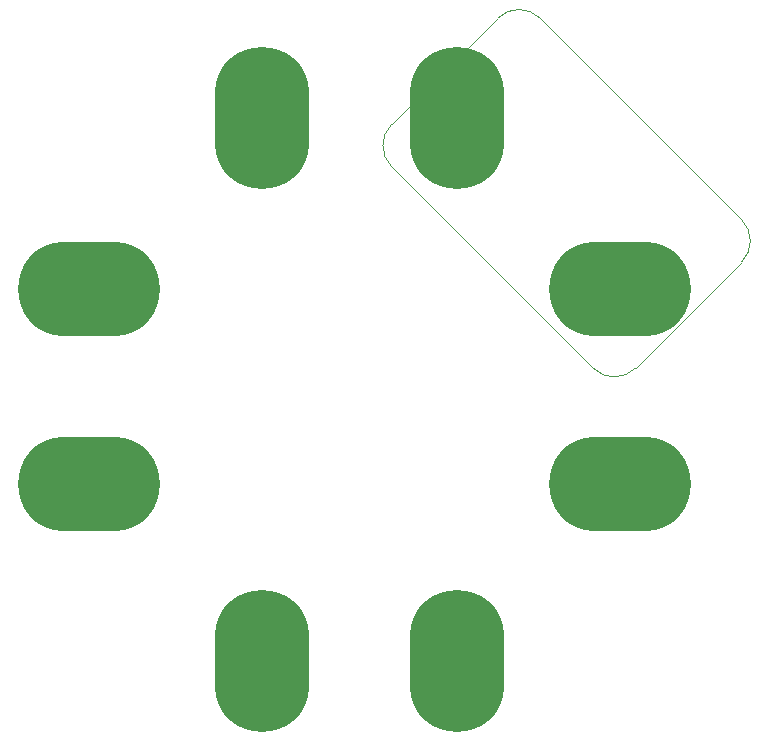
<source format=gbr>
%TF.GenerationSoftware,KiCad,Pcbnew,(5.1.8-0-10_14)*%
%TF.CreationDate,2021-02-18T22:33:31+08:00*%
%TF.ProjectId,batt_board,62617474-5f62-46f6-9172-642e6b696361,v0.2*%
%TF.SameCoordinates,Original*%
%TF.FileFunction,Paste,Bot*%
%TF.FilePolarity,Positive*%
%FSLAX46Y46*%
G04 Gerber Fmt 4.6, Leading zero omitted, Abs format (unit mm)*
G04 Created by KiCad (PCBNEW (5.1.8-0-10_14)) date 2021-02-18 22:33:31*
%MOMM*%
%LPD*%
G01*
G04 APERTURE LIST*
%ADD10C,0.120000*%
%ADD11O,8.000000X12.000000*%
%ADD12O,12.000000X8.000000*%
G04 APERTURE END LIST*
D10*
%TO.C,J_Batt*%
X172207620Y-70663420D02*
G75*
G02*
X172207620Y-74255522I-1796051J-1796051D01*
G01*
X163227364Y-83235779D02*
G75*
G02*
X159635261Y-83235778I-1796051J1796052D01*
G01*
X142572775Y-66173291D02*
G75*
G02*
X142572775Y-62581189I1796051J1796051D01*
G01*
X151553031Y-53600933D02*
G75*
G02*
X155145133Y-53600933I1796051J-1796051D01*
G01*
X155145133Y-53600933D02*
X172207620Y-70663419D01*
X172207620Y-74255522D02*
X163227364Y-83235778D01*
X159635261Y-83235778D02*
X142572775Y-66173291D01*
X142572775Y-62581189D02*
X151553031Y-53600933D01*
%TD*%
D11*
%TO.C,J2*%
X148077200Y-108050800D03*
X131567200Y-108050800D03*
%TD*%
D12*
%TO.C,J5*%
X116949200Y-93077200D03*
X116949200Y-76567200D03*
%TD*%
%TO.C,J4*%
X161949200Y-93077200D03*
X161949200Y-76567200D03*
%TD*%
D11*
%TO.C,J3*%
X148077200Y-62050800D03*
X131567200Y-62050800D03*
%TD*%
M02*

</source>
